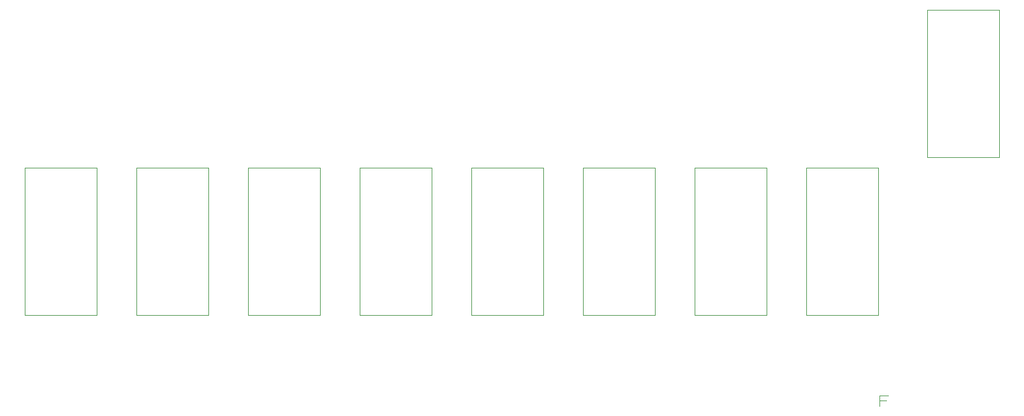
<source format=gbr>
G04 DesignSpark PCB Gerber Version 9.0 Build 5115 *
G04 #@! TF.Part,Single*
G04 #@! TF.FileFunction,Other,4 to 16 Decoder - Top Documentation *
G04 #@! TF.FilePolarity,Positive *
%FSLAX35Y35*%
%MOIN*%
%ADD10C,0.00100*%
%ADD11C,0.00197*%
X0Y0D02*
D02*
D10*
X500250Y16656D02*
Y22281D01*
X504937*
X504000Y19469D02*
X500250D01*
D02*
D11*
X40781Y144994D02*
X79719D01*
Y65506*
X40781*
Y144994*
X100781D02*
X139719D01*
Y65506*
X100781*
Y144994*
X160781D02*
X199719D01*
Y65506*
X160781*
Y144994*
X220781D02*
X259719D01*
Y65506*
X220781*
Y144994*
X280781D02*
X319719D01*
Y65506*
X280781*
Y144994*
X340781D02*
X379719D01*
Y65506*
X340781*
Y144994*
X400781D02*
X439719D01*
Y65506*
X400781*
Y144994*
X460781D02*
X499719D01*
Y65506*
X460781*
Y144994*
X525781Y229994D02*
X564719D01*
Y150506*
X525781*
Y229994*
X0Y0D02*
M02*

</source>
